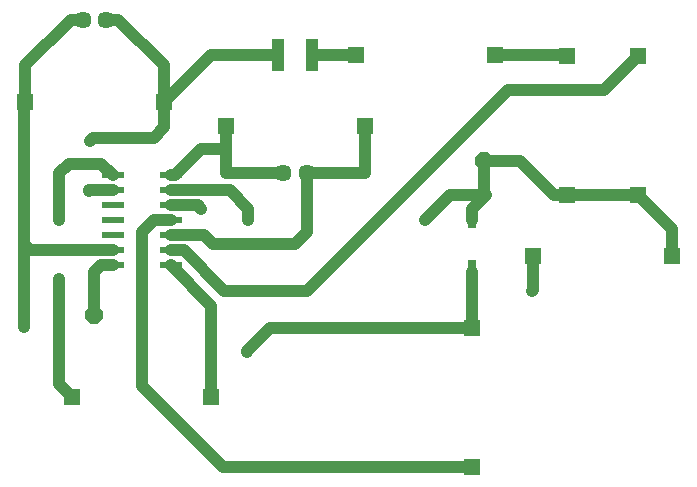
<source format=gbr>
G04 EAGLE Gerber RS-274X export*
G75*
%MOMM*%
%FSLAX34Y34*%
%LPD*%
%INTop Copper*%
%IPPOS*%
%AMOC8*
5,1,8,0,0,1.08239X$1,22.5*%
G01*
G04 Define Apertures*
%ADD10R,1.069700X2.770200*%
%ADD11R,0.677000X1.990200*%
%ADD12R,1.430000X1.430000*%
%ADD13R,1.969400X0.604500*%
%ADD14C,1.450000*%
%ADD15P,1.64956X8X22.5*%
%ADD16C,1.016000*%
%ADD17C,0.756400*%
D10*
X255703Y370000D03*
X284297Y370000D03*
D11*
X420000Y186293D03*
X420000Y233707D03*
D12*
X420000Y21200D03*
X420000Y138800D03*
X321200Y370000D03*
X438800Y370000D03*
X500000Y368800D03*
X500000Y251200D03*
X560000Y368800D03*
X560000Y251200D03*
X328800Y310000D03*
X211200Y310000D03*
X198800Y80000D03*
X81200Y80000D03*
X471200Y200000D03*
X588800Y200000D03*
D13*
X115264Y268100D03*
X115264Y255400D03*
X115264Y242700D03*
X115264Y230000D03*
X115264Y217300D03*
X115264Y204600D03*
X115264Y191900D03*
X164736Y191900D03*
X164736Y204600D03*
X164736Y217300D03*
X164736Y230000D03*
X164736Y242700D03*
X164736Y255400D03*
X164736Y268100D03*
D14*
X90000Y400000D03*
X110000Y400000D03*
X280000Y270000D03*
X260000Y270000D03*
D12*
X41200Y330000D03*
X158800Y330000D03*
D15*
X430000Y280000D03*
X100000Y150000D03*
D16*
X150000Y230000D02*
X164736Y230000D01*
X150000Y230000D02*
X140000Y220000D01*
X140000Y90000D01*
X208800Y21200D01*
X100000Y150000D02*
X100000Y186636D01*
X105264Y191900D02*
X115264Y191900D01*
X105264Y191900D02*
X100000Y186636D01*
X208800Y21200D02*
X420000Y21200D01*
X430000Y250000D02*
X431200Y251200D01*
X430000Y250000D02*
X420000Y240000D01*
X420000Y230000D01*
X430000Y250000D02*
X430000Y280000D01*
X187300Y242700D02*
X164736Y242700D01*
X187300Y242700D02*
X190000Y240000D01*
D17*
X190000Y240000D03*
X380000Y230000D03*
D16*
X401200Y251200D01*
X431200Y251200D01*
X488800Y251200D02*
X500000Y251200D01*
X488800Y251200D02*
X460000Y280000D01*
X430000Y280000D01*
X500000Y251200D02*
X560000Y251200D01*
X588800Y222400D01*
X588800Y200000D01*
X321200Y370000D02*
X284297Y370000D01*
X438800Y370000D02*
X498800Y370000D01*
X500000Y368800D01*
X328800Y310000D02*
X328800Y270000D01*
X280000Y270000D01*
X280000Y220000D01*
X270000Y210000D01*
X200000Y210000D01*
X192700Y217300D02*
X164736Y217300D01*
X192700Y217300D02*
X200000Y210000D01*
X175400Y204600D02*
X164736Y204600D01*
X175400Y204600D02*
X210000Y170000D01*
X279884Y170000D01*
X449884Y340000D01*
X531200Y340000D01*
X560000Y368800D01*
X198800Y157836D02*
X198800Y80000D01*
X198800Y157836D02*
X164736Y191900D01*
X115264Y268100D02*
X105264Y278100D01*
X78100Y278100D01*
X70000Y270000D01*
X70000Y230000D01*
D17*
X70000Y230000D03*
X70000Y180000D03*
D16*
X70000Y91200D01*
X81200Y80000D01*
X164736Y255400D02*
X214600Y255400D01*
X230000Y240000D02*
X230000Y230000D01*
X230000Y240000D02*
X214600Y255400D01*
D17*
X230000Y230000D03*
X470000Y170000D03*
D16*
X471200Y171200D02*
X471200Y200000D01*
X471200Y171200D02*
X470000Y170000D01*
X260000Y270000D02*
X211200Y270000D01*
X211200Y290000D01*
X211200Y310000D01*
X168100Y268100D02*
X164736Y268100D01*
X168100Y268100D02*
X190000Y290000D01*
X211200Y290000D01*
X158800Y361200D02*
X120000Y400000D01*
X110000Y400000D01*
X158800Y361200D02*
X158800Y330000D01*
X115264Y255400D02*
X95400Y255400D01*
X95000Y255000D01*
D17*
X95000Y255000D03*
X96000Y297000D03*
D16*
X99000Y300000D01*
X150000Y300000D01*
X158800Y308800D01*
X158800Y330000D01*
X198800Y370000D01*
X255703Y370000D01*
X115264Y204600D02*
X45400Y204600D01*
X40000Y210000D01*
X40000Y328800D01*
X41200Y330000D01*
X41200Y361200D01*
X80000Y400000D02*
X90000Y400000D01*
X80000Y400000D02*
X41200Y361200D01*
X229000Y119000D02*
X229200Y118800D01*
D17*
X229000Y119000D03*
X40000Y140000D03*
D16*
X40000Y210000D01*
X420000Y186293D02*
X420000Y138800D01*
X248800Y138800D02*
X229000Y119000D01*
X248800Y138800D02*
X420000Y138800D01*
M02*

</source>
